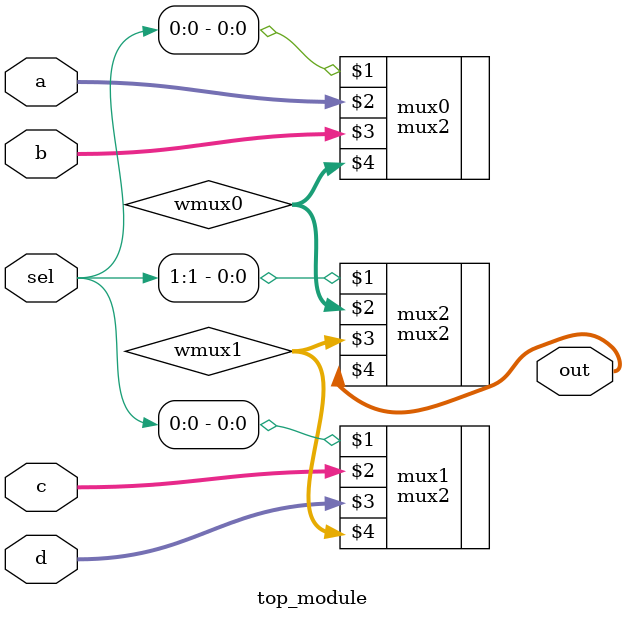
<source format=v>

module top_module(
  input [1:0] sel,
  input [7:0] a,
  input [7:0] b,
  input [7:0] c,
  input [7:0] d,
  output [7:0] out
);

  wire [7:0] wmux0;
  wire [7:0] wmux1;

  mux2 mux0 ( sel[0], a, b, wmux0);
  mux2 mux1 ( sel[0], c, d, wmux1);
  mux2 mux2 ( sel[1], wmux0, wmux1, out);

endmodule

</source>
